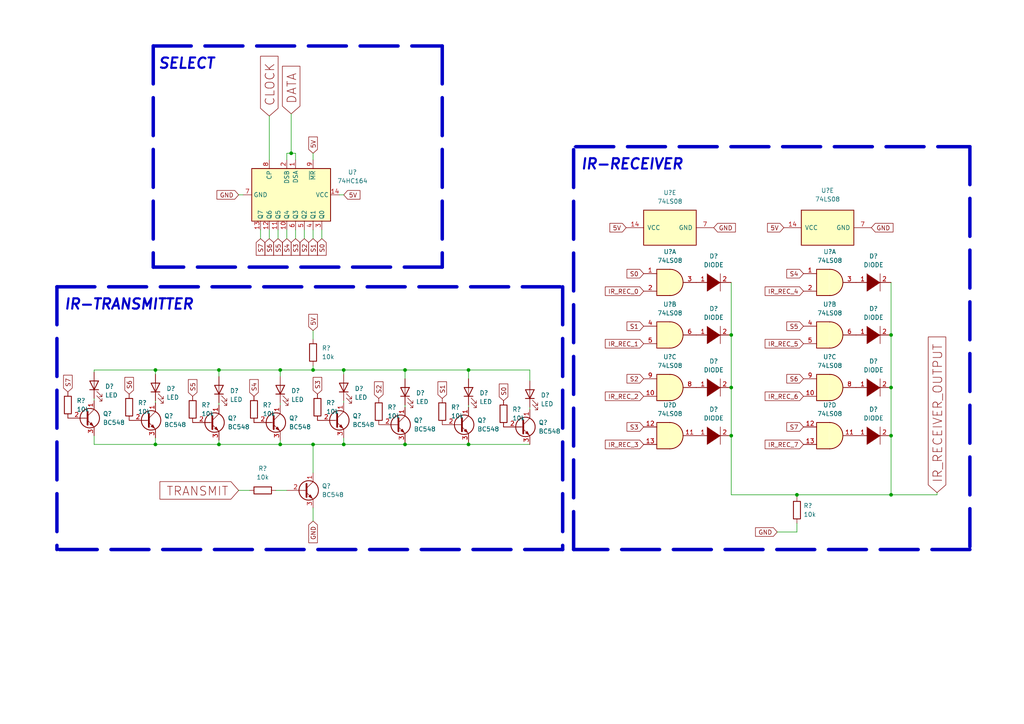
<source format=kicad_sch>
(kicad_sch (version 20211123) (generator eeschema)
  (paper "A4")
  (lib_symbols
    (symbol "74xx:74HC164"
      (property "Reference" "U" (at 1.905 -13.97 0))
      (property "Value" "74HC164" (at 1.905 -16.51 0))
      (symbol "74HC164_0_1"
        (rectangle (start 7.62 10.16) (end -7.62 -12.7) (stroke (width 0.254)) (fill (type background)))
      )
      (symbol "74HC164_1_1"
        (pin input line (at -10.16 0 0) (length 2.54) (name "DSA") (number "1"))
        (pin output line (at 10.16 -2.54 180) (length 2.54) (name "Q4") (number "10"))
        (pin output line (at 10.16 -5.08 180) (length 2.54) (name "Q5") (number "11"))
        (pin output line (at 10.16 -7.62 180) (length 2.54) (name "Q6") (number "12"))
        (pin output line (at 10.16 -10.16 180) (length 2.54) (name "Q7") (number "13"))
        (pin power_in line (at 0 12.7 270) (length 2.54) (name "VCC") (number "14"))
        (pin input line (at -10.16 -2.54 0) (length 2.54) (name "DSB") (number "2"))
        (pin output line (at 10.16 7.62 180) (length 2.54) (name "Q0") (number "3"))
        (pin output line (at 10.16 5.08 180) (length 2.54) (name "Q1") (number "4"))
        (pin output line (at 10.16 2.54 180) (length 2.54) (name "Q2") (number "5"))
        (pin output line (at 10.16 0 180) (length 2.54) (name "Q3") (number "6"))
        (pin power_in line (at 0 -15.24 90) (length 2.54) (name "GND") (number "7"))
        (pin input line (at -10.16 -7.62 0) (length 2.54) (name "CP") (number "8"))
        (pin input line (at -10.16 5.08 0) (length 2.54) (name "~{MR}") (number "9"))
      )
    )
    (symbol "74xx:74LS08" (pin_names (offset 1.016))
      (property "Reference" "U" (at 0 1.27 0))
      (property "Value" "74LS08" (at 0 -1.27 0))
      (symbol "74LS08_1_1"
        (arc (start 0 -3.81) (mid 3.81 0) (end 0 3.81) (stroke (width 0.254)) (fill (type background)))
        (polyline (pts (xy 0 3.81) (xy -3.81 3.81) (xy -3.81 -3.81) (xy 0 -3.81)) (stroke (width 0.254)) (fill (type background)))
        (pin input line (at -7.62 2.54 0) (length 3.81) (name "~") (number "1"))
        (pin input line (at -7.62 -2.54 0) (length 3.81) (name "~") (number "2"))
        (pin output line (at 7.62 0 180) (length 3.81) (name "~") (number "3"))
      )
      (symbol "74LS08_1_2"
        (arc (start -3.81 -3.81) (mid -2.589 0) (end -3.81 3.81) (stroke (width 0.254)))
        (arc (start -0.6096 -3.81) (mid 2.1842 -2.5851) (end 3.81 0) (stroke (width 0.254)) (fill (type background)))
        (polyline (pts (xy -3.81 -3.81) (xy -0.635 -3.81)) (stroke (width 0.254)) (fill (type background)))
        (polyline (pts (xy -3.81 3.81) (xy -0.635 3.81)) (stroke (width 0.254)) (fill (type background)))
        (polyline (pts (xy -0.635 3.81) (xy -3.81 3.81) (xy -3.81 3.81) (xy -3.556 3.4036) (xy -3.0226 2.2606) (xy -2.6924 1.0414) (xy -2.6162 -0.254) (xy -2.7686 -1.4986) (xy -3.175 -2.7178) (xy -3.81 -3.81) (xy -3.81 -3.81) (xy -0.635 -3.81)) (stroke (width -25.4)) (fill (type background)))
        (arc (start 3.81 0) (mid 2.1915 2.5936) (end -0.6096 3.81) (stroke (width 0.254)) (fill (type background)))
        (pin input inverted (at -7.62 2.54 0) (length 4.318) (name "~") (number "1"))
        (pin input inverted (at -7.62 -2.54 0) (length 4.318) (name "~") (number "2"))
        (pin output inverted (at 7.62 0 180) (length 3.81) (name "~") (number "3"))
      )
      (symbol "74LS08_2_1"
        (arc (start 0 -3.81) (mid 3.81 0) (end 0 3.81) (stroke (width 0.254)) (fill (type background)))
        (polyline (pts (xy 0 3.81) (xy -3.81 3.81) (xy -3.81 -3.81) (xy 0 -3.81)) (stroke (width 0.254)) (fill (type background)))
        (pin input line (at -7.62 2.54 0) (length 3.81) (name "~") (number "4"))
        (pin input line (at -7.62 -2.54 0) (length 3.81) (name "~") (number "5"))
        (pin output line (at 7.62 0 180) (length 3.81) (name "~") (number "6"))
      )
      (symbol "74LS08_2_2"
        (arc (start -3.81 -3.81) (mid -2.589 0) (end -3.81 3.81) (stroke (width 0.254)))
        (arc (start -0.6096 -3.81) (mid 2.1842 -2.5851) (end 3.81 0) (stroke (width 0.254)) (fill (type background)))
        (polyline (pts (xy -3.81 -3.81) (xy -0.635 -3.81)) (stroke (width 0.254)) (fill (type background)))
        (polyline (pts (xy -3.81 3.81) (xy -0.635 3.81)) (stroke (width 0.254)) (fill (type background)))
        (polyline (pts (xy -0.635 3.81) (xy -3.81 3.81) (xy -3.81 3.81) (xy -3.556 3.4036) (xy -3.0226 2.2606) (xy -2.6924 1.0414) (xy -2.6162 -0.254) (xy -2.7686 -1.4986) (xy -3.175 -2.7178) (xy -3.81 -3.81) (xy -3.81 -3.81) (xy -0.635 -3.81)) (stroke (width -25.4)) (fill (type background)))
        (arc (start 3.81 0) (mid 2.1915 2.5936) (end -0.6096 3.81) (stroke (width 0.254)) (fill (type background)))
        (pin input inverted (at -7.62 2.54 0) (length 4.318) (name "~") (number "4"))
        (pin input inverted (at -7.62 -2.54 0) (length 4.318) (name "~") (number "5"))
        (pin output inverted (at 7.62 0 180) (length 3.81) (name "~") (number "6"))
      )
      (symbol "74LS08_3_1"
        (arc (start 0 -3.81) (mid 3.81 0) (end 0 3.81) (stroke (width 0.254)) (fill (type background)))
        (polyline (pts (xy 0 3.81) (xy -3.81 3.81) (xy -3.81 -3.81) (xy 0 -3.81)) (stroke (width 0.254)) (fill (type background)))
        (pin input line (at -7.62 -2.54 0) (length 3.81) (name "~") (number "10"))
        (pin output line (at 7.62 0 180) (length 3.81) (name "~") (number "8"))
        (pin input line (at -7.62 2.54 0) (length 3.81) (name "~") (number "9"))
      )
      (symbol "74LS08_3_2"
        (arc (start -3.81 -3.81) (mid -2.589 0) (end -3.81 3.81) (stroke (width 0.254)))
        (arc (start -0.6096 -3.81) (mid 2.1842 -2.5851) (end 3.81 0) (stroke (width 0.254)) (fill (type background)))
        (polyline (pts (xy -3.81 -3.81) (xy -0.635 -3.81)) (stroke (width 0.254)) (fill (type background)))
        (polyline (pts (xy -3.81 3.81) (xy -0.635 3.81)) (stroke (width 0.254)) (fill (type background)))
        (polyline (pts (xy -0.635 3.81) (xy -3.81 3.81) (xy -3.81 3.81) (xy -3.556 3.4036) (xy -3.0226 2.2606) (xy -2.6924 1.0414) (xy -2.6162 -0.254) (xy -2.7686 -1.4986) (xy -3.175 -2.7178) (xy -3.81 -3.81) (xy -3.81 -3.81) (xy -0.635 -3.81)) (stroke (width -25.4)) (fill (type background)))
        (arc (start 3.81 0) (mid 2.1915 2.5936) (end -0.6096 3.81) (stroke (width 0.254)) (fill (type background)))
        (pin input inverted (at -7.62 -2.54 0) (length 4.318) (name "~") (number "10"))
        (pin output inverted (at 7.62 0 180) (length 3.81) (name "~") (number "8"))
        (pin input inverted (at -7.62 2.54 0) (length 4.318) (name "~") (number "9"))
      )
      (symbol "74LS08_4_1"
        (arc (start 0 -3.81) (mid 3.81 0) (end 0 3.81) (stroke (width 0.254)) (fill (type background)))
        (polyline (pts (xy 0 3.81) (xy -3.81 3.81) (xy -3.81 -3.81) (xy 0 -3.81)) (stroke (width 0.254)) (fill (type background)))
        (pin output line (at 7.62 0 180) (length 3.81) (name "~") (number "11"))
        (pin input line (at -7.62 2.54 0) (length 3.81) (name "~") (number "12"))
        (pin input line (at -7.62 -2.54 0) (length 3.81) (name "~") (number "13"))
      )
      (symbol "74LS08_4_2"
        (arc (start -3.81 -3.81) (mid -2.589 0) (end -3.81 3.81) (stroke (width 0.254)))
        (arc (start -0.6096 -3.81) (mid 2.1842 -2.5851) (end 3.81 0) (stroke (width 0.254)) (fill (type background)))
        (polyline (pts (xy -3.81 -3.81) (xy -0.635 -3.81)) (stroke (width 0.254)) (fill (type background)))
        (polyline (pts (xy -3.81 3.81) (xy -0.635 3.81)) (stroke (width 0.254)) (fill (type background)))
        (polyline (pts (xy -0.635 3.81) (xy -3.81 3.81) (xy -3.81 3.81) (xy -3.556 3.4036) (xy -3.0226 2.2606) (xy -2.6924 1.0414) (xy -2.6162 -0.254) (xy -2.7686 -1.4986) (xy -3.175 -2.7178) (xy -3.81 -3.81) (xy -3.81 -3.81) (xy -0.635 -3.81)) (stroke (width -25.4)) (fill (type background)))
        (arc (start 3.81 0) (mid 2.1915 2.5936) (end -0.6096 3.81) (stroke (width 0.254)) (fill (type background)))
        (pin output inverted (at 7.62 0 180) (length 3.81) (name "~") (number "11"))
        (pin input inverted (at -7.62 2.54 0) (length 4.318) (name "~") (number "12"))
        (pin input inverted (at -7.62 -2.54 0) (length 4.318) (name "~") (number "13"))
      )
      (symbol "74LS08_5_0"
        (pin power_in line (at 0 12.7 270) (length 5.08) (name "VCC") (number "14"))
        (pin power_in line (at 0 -12.7 90) (length 5.08) (name "GND") (number "7"))
      )
      (symbol "74LS08_5_1"
        (rectangle (start -5.08 7.62) (end 5.08 -7.62) (stroke (width 0.254)) (fill (type background)))
      )
    )
    (symbol "Device:LED" (pin_numbers hide) (pin_names (offset 1.016) hide)
      (property "Reference" "D" (at 0 2.54 0))
      (property "Value" "LED" (at 0 -2.54 0))
      (symbol "LED_0_1"
        (polyline (pts (xy -1.27 -1.27) (xy -1.27 1.27)) (stroke (width 0.254)))
        (polyline (pts (xy -1.27 0) (xy 1.27 0)))
        (polyline (pts (xy 1.27 -1.27) (xy 1.27 1.27) (xy -1.27 0) (xy 1.27 -1.27)) (stroke (width 0.254)))
        (polyline (pts (xy -3.048 -0.762) (xy -4.572 -2.286) (xy -3.81 -2.286) (xy -4.572 -2.286) (xy -4.572 -1.524)))
        (polyline (pts (xy -1.778 -0.762) (xy -3.302 -2.286) (xy -2.54 -2.286) (xy -3.302 -2.286) (xy -3.302 -1.524)))
      )
      (symbol "LED_1_1"
        (pin passive line (at -3.81 0 0) (length 2.54) (name "K") (number "1"))
        (pin passive line (at 3.81 0 180) (length 2.54) (name "A") (number "2"))
      )
    )
    (symbol "Device:R" (pin_numbers hide) (pin_names (offset 0))
      (property "Reference" "R" (at 2.032 0 90))
      (property "Value" "R" (at 0 0 90))
      (symbol "R_0_1"
        (rectangle (start -1.016 -2.54) (end 1.016 2.54) (stroke (width 0.254)))
      )
      (symbol "R_1_1"
        (pin passive line (at 0 3.81 270) (length 1.27) (name "~") (number "1"))
        (pin passive line (at 0 -3.81 90) (length 1.27) (name "~") (number "2"))
      )
    )
    (symbol "Transistor_BJT:BC548" (pin_names (offset 0) hide)
      (property "Reference" "Q" (at 5.08 1.905 0))
      (property "Value" "BC548" (at 5.08 0 0))
      (symbol "BC548_0_1"
        (polyline (pts (xy 0 0) (xy 0.635 0)))
        (polyline (pts (xy 0.635 0.635) (xy 2.54 2.54)))
        (polyline (pts (xy 0.635 -0.635) (xy 2.54 -2.54) (xy 2.54 -2.54)))
        (polyline (pts (xy 0.635 1.905) (xy 0.635 -1.905) (xy 0.635 -1.905)) (stroke (width 0.508)))
        (polyline (pts (xy 1.27 -1.778) (xy 1.778 -1.27) (xy 2.286 -2.286) (xy 1.27 -1.778) (xy 1.27 -1.778)) (fill (type outline)))
        (circle (center 1.27 0) (radius 2.8194) (stroke (width 0.254)))
      )
      (symbol "BC548_1_1"
        (pin passive line (at 2.54 5.08 270) (length 2.54) (name "C") (number "1"))
        (pin input line (at -5.08 0 0) (length 5.08) (name "B") (number "2"))
        (pin passive line (at 2.54 -5.08 90) (length 2.54) (name "E") (number "3"))
      )
    )
    (symbol "pspice:DIODE" (pin_names (offset 1.016) hide)
      (property "Reference" "D" (at 0 3.81 0))
      (property "Value" "DIODE" (at 0 -4.445 0))
      (symbol "DIODE_0_1"
        (polyline (pts (xy 1.905 2.54) (xy 1.905 -2.54)))
        (polyline (pts (xy -1.905 2.54) (xy -1.905 -2.54) (xy 1.905 0)) (fill (type outline)))
      )
      (symbol "DIODE_1_1"
        (pin input line (at -5.08 0 0) (length 3.81) (name "K") (number "1"))
        (pin input line (at 5.08 0 180) (length 3.81) (name "A") (number "2"))
      )
    )
  )
  (junction (at 45.085 128.905))
  (junction (at 212.09 112.395))
  (junction (at 135.89 107.315))
  (junction (at 258.445 97.155))
  (junction (at 117.475 128.905))
  (junction (at 81.28 107.315))
  (junction (at 63.5 107.315))
  (junction (at 117.475 107.315))
  (junction (at 258.445 126.365))
  (junction (at 258.445 143.51))
  (junction (at 99.695 107.315))
  (junction (at 90.805 128.905))
  (junction (at 258.445 112.395))
  (junction (at 81.28 128.905))
  (junction (at 63.5 128.905))
  (junction (at 99.695 128.905))
  (junction (at 231.14 143.51))
  (junction (at 212.09 126.365))
  (junction (at 212.09 97.155))
  (junction (at 135.89 128.905))
  (junction (at 45.085 107.315))
  (junction (at 84.455 44.45))
  (junction (at 90.805 107.315))
  (wire (pts (xy 153.67 118.11) (xy 153.67 118.745)))
  (wire (pts (xy 98.425 56.515) (xy 99.695 56.515)))
  (wire (pts (xy 212.09 81.915) (xy 212.09 97.155)))
  (wire (pts (xy 63.5 107.315) (xy 63.5 109.22)))
  (wire (pts (xy 231.14 143.51) (xy 258.445 143.51)))
  (wire (pts (xy 45.085 116.205) (xy 45.085 116.84)))
  (wire (pts (xy 99.695 128.905) (xy 117.475 128.905)))
  (polyline (pts (xy 166.37 159.385) (xy 166.37 42.545)) (stroke (width 1)))
  (wire (pts (xy 212.09 97.155) (xy 212.09 112.395)))
  (wire (pts (xy 258.445 97.155) (xy 258.445 112.395)))
  (wire (pts (xy 81.28 127.635) (xy 81.28 128.905)))
  (polyline (pts (xy 16.51 83.185) (xy 16.51 159.385)) (stroke (width 1)))
  (polyline (pts (xy 128.27 77.47) (xy 44.45 77.47)) (stroke (width 1)))
  (polyline (pts (xy 128.27 13.335) (xy 128.27 77.47)) (stroke (width 1)))
  (wire (pts (xy 63.5 116.84) (xy 63.5 117.475)))
  (polyline (pts (xy 163.195 83.185) (xy 163.195 159.385)) (stroke (width 1)))
  (wire (pts (xy 84.455 33.02) (xy 84.455 44.45)))
  (wire (pts (xy 117.475 128.27) (xy 117.475 128.905)))
  (wire (pts (xy 135.89 107.315) (xy 135.89 109.855)))
  (wire (pts (xy 85.725 66.675) (xy 85.725 69.215)))
  (wire (pts (xy 225.425 154.305) (xy 231.14 154.305)))
  (wire (pts (xy 27.305 107.315) (xy 27.305 107.95)))
  (wire (pts (xy 212.09 126.365) (xy 212.09 143.51)))
  (wire (pts (xy 27.305 107.315) (xy 45.085 107.315)))
  (wire (pts (xy 135.89 107.315) (xy 153.67 107.315)))
  (wire (pts (xy 212.09 112.395) (xy 212.09 126.365)))
  (polyline (pts (xy 281.305 42.545) (xy 281.305 159.385)) (stroke (width 1)))
  (wire (pts (xy 69.215 142.24) (xy 72.39 142.24)))
  (wire (pts (xy 81.28 116.84) (xy 81.28 117.475)))
  (wire (pts (xy 90.805 66.675) (xy 90.805 69.215)))
  (wire (pts (xy 78.105 66.675) (xy 78.105 69.215)))
  (wire (pts (xy 45.085 107.315) (xy 63.5 107.315)))
  (wire (pts (xy 80.01 142.24) (xy 83.185 142.24)))
  (polyline (pts (xy 44.45 13.335) (xy 128.27 13.335)) (stroke (width 1)))
  (wire (pts (xy 45.085 127) (xy 45.085 128.905)))
  (wire (pts (xy 63.5 127.635) (xy 63.5 128.905)))
  (wire (pts (xy 78.105 33.655) (xy 78.105 46.355)))
  (wire (pts (xy 258.445 143.51) (xy 271.78 143.51)))
  (wire (pts (xy 117.475 107.315) (xy 117.475 109.855)))
  (wire (pts (xy 90.805 95.885) (xy 90.805 98.425)))
  (wire (pts (xy 81.28 107.315) (xy 90.805 107.315)))
  (wire (pts (xy 90.805 128.905) (xy 90.805 137.16)))
  (polyline (pts (xy 281.305 159.385) (xy 166.37 159.385)) (stroke (width 1)))
  (wire (pts (xy 117.475 128.905) (xy 135.89 128.905)))
  (polyline (pts (xy 16.51 83.185) (xy 163.195 83.185)) (stroke (width 1)))
  (wire (pts (xy 231.14 143.51) (xy 231.14 144.145)))
  (wire (pts (xy 99.695 116.205) (xy 99.695 116.84)))
  (polyline (pts (xy 167.005 42.545) (xy 281.305 42.545)) (stroke (width 1)))
  (wire (pts (xy 83.185 66.675) (xy 83.185 69.215)))
  (wire (pts (xy 93.345 66.675) (xy 93.345 69.215)))
  (wire (pts (xy 27.305 115.57) (xy 27.305 116.205)))
  (wire (pts (xy 84.455 44.45) (xy 83.185 44.45)))
  (wire (pts (xy 212.09 143.51) (xy 231.14 143.51)))
  (wire (pts (xy 117.475 107.315) (xy 135.89 107.315)))
  (wire (pts (xy 63.5 107.315) (xy 81.28 107.315)))
  (wire (pts (xy 258.445 81.915) (xy 258.445 97.155)))
  (wire (pts (xy 63.5 128.905) (xy 45.085 128.905)))
  (wire (pts (xy 69.215 56.515) (xy 70.485 56.515)))
  (wire (pts (xy 27.305 128.905) (xy 27.305 126.365)))
  (wire (pts (xy 83.185 44.45) (xy 83.185 46.355)))
  (wire (pts (xy 45.085 107.315) (xy 45.085 108.585)))
  (wire (pts (xy 75.565 66.675) (xy 75.565 69.215)))
  (wire (pts (xy 153.67 107.315) (xy 153.67 110.49)))
  (wire (pts (xy 88.265 66.675) (xy 88.265 69.215)))
  (wire (pts (xy 90.805 147.32) (xy 90.805 151.13)))
  (wire (pts (xy 258.445 112.395) (xy 258.445 126.365)))
  (wire (pts (xy 90.805 44.45) (xy 90.805 46.355)))
  (wire (pts (xy 85.725 46.355) (xy 85.725 44.45)))
  (wire (pts (xy 117.475 117.475) (xy 117.475 118.11)))
  (wire (pts (xy 90.805 128.905) (xy 99.695 128.905)))
  (wire (pts (xy 99.695 107.315) (xy 117.475 107.315)))
  (wire (pts (xy 81.28 128.905) (xy 63.5 128.905)))
  (wire (pts (xy 81.28 107.315) (xy 81.28 109.22)))
  (wire (pts (xy 90.805 128.905) (xy 81.28 128.905)))
  (wire (pts (xy 271.78 143.51) (xy 271.78 142.875)))
  (wire (pts (xy 135.89 128.905) (xy 153.67 128.905)))
  (wire (pts (xy 135.89 117.475) (xy 135.89 118.11)))
  (wire (pts (xy 80.645 66.675) (xy 80.645 69.215)))
  (polyline (pts (xy 44.45 13.335) (xy 44.45 77.47)) (stroke (width 1)))
  (wire (pts (xy 231.14 151.765) (xy 231.14 154.305)))
  (polyline (pts (xy 163.195 159.385) (xy 16.51 159.385)) (stroke (width 1)))
  (wire (pts (xy 258.445 126.365) (xy 258.445 143.51)))
  (wire (pts (xy 85.725 44.45) (xy 84.455 44.45)))
  (wire (pts (xy 99.695 107.315) (xy 99.695 108.585)))
  (wire (pts (xy 90.805 107.315) (xy 99.695 107.315)))
  (wire (pts (xy 99.695 127) (xy 99.695 128.905)))
  (wire (pts (xy 135.89 128.27) (xy 135.89 128.905)))
  (wire (pts (xy 45.085 128.905) (xy 27.305 128.905)))
  (wire (pts (xy 90.805 106.045) (xy 90.805 107.315)))
  (polyline (pts (xy 166.37 42.545) (xy 167.005 42.545)))
  (text "IR-RECEIVER" (at 168.275 49.53 0) (effects (font (size 3 3) (thickness 0.6) bold italic) (justify left bottom)))
  (text "SELECT" (at 45.72 20.32 0) (effects (font (size 3 3) (thickness 0.6) bold italic) (justify left bottom)))
  (text "IR-TRANSMITTER\n" (at 18.415 90.17 0) (effects (font (size 3 3) (thickness 0.6) bold italic) (justify left bottom)))
  (global_label "S6" (shape input) (at 78.105 69.215 270) (property "Intersheet References" "${INTERSHEET_REFS}" (effects hide)))
  (global_label "GND" (shape input) (at 225.425 154.305 180) (property "Intersheet References" "${INTERSHEET_REFS}" (effects hide)))
  (global_label "GND" (shape input) (at 207.01 66.04 0) (property "Intersheet References" "${INTERSHEET_REFS}" (effects hide)))
  (global_label "5V" (shape input) (at 227.33 66.04 180) (property "Intersheet References" "${INTERSHEET_REFS}" (effects hide)))
  (global_label "S2" (shape input) (at 109.855 115.57 90) (property "Intersheet References" "${INTERSHEET_REFS}" (effects hide)))
  (global_label "IR_REC_5" (shape input) (at 233.045 99.695 180) (property "Intersheet References" "${INTERSHEET_REFS}" (effects hide)))
  (global_label "S3" (shape input) (at 186.69 123.825 180) (property "Intersheet References" "${INTERSHEET_REFS}" (effects hide)))
  (global_label "S5" (shape input) (at 233.045 94.615 180) (property "Intersheet References" "${INTERSHEET_REFS}" (effects hide)))
  (global_label "GND" (shape input) (at 69.215 56.515 180) (property "Intersheet References" "${INTERSHEET_REFS}" (effects hide)))
  (global_label "S2" (shape input) (at 186.69 109.855 180) (property "Intersheet References" "${INTERSHEET_REFS}" (effects hide)))
  (global_label "5V" (shape input) (at 99.695 56.515 0) (property "Intersheet References" "${INTERSHEET_REFS}" (effects hide)))
  (global_label "IR_REC_4" (shape input) (at 233.045 84.455 180) (property "Intersheet References" "${INTERSHEET_REFS}" (effects hide)))
  (global_label "S1" (shape input) (at 186.69 94.615 180) (property "Intersheet References" "${INTERSHEET_REFS}" (effects hide)))
  (global_label "S0" (shape input) (at 93.345 69.215 270) (property "Intersheet References" "${INTERSHEET_REFS}" (effects hide)))
  (global_label "S6" (shape input) (at 233.045 109.855 180) (property "Intersheet References" "${INTERSHEET_REFS}" (effects hide)))
  (global_label "IR_RECEIVER_OUTPUT" (shape input) (at 271.78 142.875 90) (effects (font (size 2.56 2.56))) (property "Intersheet References" "${INTERSHEET_REFS}" (effects hide)))
  (global_label "IR_REC_0" (shape input) (at 186.69 84.455 180) (property "Intersheet References" "${INTERSHEET_REFS}" (effects hide)))
  (global_label "IR_REC_3" (shape input) (at 186.69 128.905 180) (property "Intersheet References" "${INTERSHEET_REFS}" (effects hide)))
  (global_label "5V" (shape input) (at 90.805 44.45 90) (property "Intersheet References" "${INTERSHEET_REFS}" (effects hide)))
  (global_label "S7" (shape input) (at 75.565 69.215 270) (property "Intersheet References" "${INTERSHEET_REFS}" (effects hide)))
  (global_label "GND" (shape input) (at 90.805 151.13 270) (property "Intersheet References" "${INTERSHEET_REFS}" (effects hide)))
  (global_label "CLOCK" (shape input) (at 78.105 33.655 90) (effects (font (size 2.56 2.56))) (property "Intersheet References" "${INTERSHEET_REFS}" (effects hide)))
  (global_label "S7" (shape input) (at 233.045 123.825 180) (property "Intersheet References" "${INTERSHEET_REFS}" (effects hide)))
  (global_label "TRANSMIT" (shape input) (at 69.215 142.24 180) (effects (font (size 2.56 2.56))) (property "Intersheet References" "${INTERSHEET_REFS}" (effects hide)))
  (global_label "S0" (shape input) (at 146.05 116.205 90) (property "Intersheet References" "${INTERSHEET_REFS}" (effects hide)))
  (global_label "S0" (shape input) (at 186.69 79.375 180) (property "Intersheet References" "${INTERSHEET_REFS}" (effects hide)))
  (global_label "IR_REC_6" (shape input) (at 233.045 114.935 180) (property "Intersheet References" "${INTERSHEET_REFS}" (effects hide)))
  (global_label "5V" (shape input) (at 90.805 95.885 90) (property "Intersheet References" "${INTERSHEET_REFS}" (effects hide)))
  (global_label "S4" (shape input) (at 233.045 79.375 180) (property "Intersheet References" "${INTERSHEET_REFS}" (effects hide)))
  (global_label "5V" (shape input) (at 181.61 66.04 180) (property "Intersheet References" "${INTERSHEET_REFS}" (effects hide)))
  (global_label "S2" (shape input) (at 88.265 69.215 270) (property "Intersheet References" "${INTERSHEET_REFS}" (effects hide)))
  (global_label "S5" (shape input) (at 55.88 114.935 90) (property "Intersheet References" "${INTERSHEET_REFS}" (effects hide)))
  (global_label "GND" (shape input) (at 252.73 66.04 0) (property "Intersheet References" "${INTERSHEET_REFS}" (effects hide)))
  (global_label "S1" (shape input) (at 128.27 115.57 90) (property "Intersheet References" "${INTERSHEET_REFS}" (effects hide)))
  (global_label "S5" (shape input) (at 80.645 69.215 270) (property "Intersheet References" "${INTERSHEET_REFS}" (effects hide)))
  (global_label "DATA" (shape input) (at 84.455 33.02 90) (effects (font (size 2.56 2.56))) (property "Intersheet References" "${INTERSHEET_REFS}" (effects hide)))
  (global_label "S7" (shape input) (at 19.685 113.665 90) (property "Intersheet References" "${INTERSHEET_REFS}" (effects hide)))
  (global_label "S3" (shape input) (at 92.075 114.3 90) (property "Intersheet References" "${INTERSHEET_REFS}" (effects hide)))
  (global_label "IR_REC_2" (shape input) (at 186.69 114.935 180) (property "Intersheet References" "${INTERSHEET_REFS}" (effects hide)))
  (global_label "IR_REC_7" (shape input) (at 233.045 128.905 180) (property "Intersheet References" "${INTERSHEET_REFS}" (effects hide)))
  (global_label "S4" (shape input) (at 73.66 114.935 90) (property "Intersheet References" "${INTERSHEET_REFS}" (effects hide)))
  (global_label "S4" (shape input) (at 83.185 69.215 270) (property "Intersheet References" "${INTERSHEET_REFS}" (effects hide)))
  (global_label "S1" (shape input) (at 90.805 69.215 270) (property "Intersheet References" "${INTERSHEET_REFS}" (effects hide)))
  (global_label "S6" (shape input) (at 37.465 114.3 90) (property "Intersheet References" "${INTERSHEET_REFS}" (effects hide)))
  (global_label "S3" (shape input) (at 85.725 69.215 270) (property "Intersheet References" "${INTERSHEET_REFS}" (effects hide)))
  (global_label "IR_REC_1" (shape input) (at 186.69 99.695 180) (property "Intersheet References" "${INTERSHEET_REFS}" (effects hide)))
  (symbol (lib_id "Device:R") (at 73.66 118.745 180) (unit 1)
    (property "Reference" "R?" (at 76.2 117.4749 0) (effects (justify right)))
    (property "Value" "10k" (at 76.2 120.0149 0) (effects (justify right)))
  )
  (symbol (lib_id "Device:LED") (at 45.085 112.395 90) (unit 1)
    (property "Reference" "D?" (at 48.26 112.7124 90) (effects (justify right)))
    (property "Value" "LED" (at 48.26 115.2524 90) (effects (justify right)))
  )
  (symbol (lib_id "Transistor_BJT:BC548") (at 114.935 123.19 0) (unit 1)
    (property "Reference" "Q?" (at 120.015 121.9199 0) (effects (justify left)))
    (property "Value" "BC548" (at 120.015 124.4599 0) (effects (justify left)))
    (property "Footprint" "Package_TO_SOT_THT:TO-92_Inline" (effects hide))
    (property "Datasheet" "https://www.onsemi.com/pub/Collateral/BC550-D.pdf" (effects hide))
  )
  (symbol (lib_id "74xx:74HC164") (at 85.725 56.515 270) (unit 1)
    (property "Reference" "U?" (at 102.235 49.9362 90))
    (property "Value" "74HC164" (at 102.235 52.4762 90))
    (property "Datasheet" "https://assets.nexperia.com/documents/data-sheet/74HC_HCT164.pdf" (effects hide))
  )
  (symbol (lib_id "74xx:74LS08") (at 194.31 97.155 0) (unit 2)
    (property "Reference" "U?" (at 194.31 88.265 0))
    (property "Value" "74LS08" (at 194.31 90.805 0))
    (property "Datasheet" "http://www.ti.com/lit/gpn/sn74LS08" (effects hide))
  )
  (symbol (lib_id "74xx:74LS08") (at 240.665 81.915 0) (unit 1)
    (property "Reference" "U?" (at 240.665 73.025 0))
    (property "Value" "74LS08" (at 240.665 75.565 0))
    (property "Datasheet" "http://www.ti.com/lit/gpn/sn74LS08" (effects hide))
  )
  (symbol (lib_id "Transistor_BJT:BC548") (at 151.13 123.825 0) (unit 1)
    (property "Reference" "Q?" (at 156.21 122.5549 0) (effects (justify left)))
    (property "Value" "BC548" (at 156.21 125.0949 0) (effects (justify left)))
    (property "Footprint" "Package_TO_SOT_THT:TO-92_Inline" (effects hide))
    (property "Datasheet" "https://www.onsemi.com/pub/Collateral/BC550-D.pdf" (effects hide))
  )
  (symbol (lib_id "Device:LED") (at 135.89 113.665 90) (unit 1)
    (property "Reference" "D?" (at 139.065 113.9824 90) (effects (justify right)))
    (property "Value" "LED" (at 139.065 116.5224 90) (effects (justify right)))
  )
  (symbol (lib_id "Device:LED") (at 81.28 113.03 90) (unit 1)
    (property "Reference" "D?" (at 84.455 113.3474 90) (effects (justify right)))
    (property "Value" "LED" (at 84.455 115.8874 90) (effects (justify right)))
  )
  (symbol (lib_id "pspice:DIODE") (at 253.365 112.395 0) (unit 1)
    (property "Reference" "D?" (at 253.365 104.775 0))
    (property "Value" "DIODE" (at 253.365 107.315 0))
  )
  (symbol (lib_id "Device:R") (at 90.805 102.235 180) (unit 1)
    (property "Reference" "R?" (at 93.345 100.9649 0) (effects (justify right)))
    (property "Value" "10k" (at 93.345 103.5049 0) (effects (justify right)))
  )
  (symbol (lib_id "Device:R") (at 109.855 119.38 180) (unit 1)
    (property "Reference" "R?" (at 112.395 118.1099 0) (effects (justify right)))
    (property "Value" "10k" (at 112.395 120.6499 0) (effects (justify right)))
  )
  (symbol (lib_id "pspice:DIODE") (at 207.01 126.365 0) (unit 1)
    (property "Reference" "D?" (at 207.01 118.745 0))
    (property "Value" "DIODE" (at 207.01 121.285 0))
  )
  (symbol (lib_id "pspice:DIODE") (at 253.365 97.155 0) (unit 1)
    (property "Reference" "D?" (at 253.365 89.535 0))
    (property "Value" "DIODE" (at 253.365 92.075 0))
  )
  (symbol (lib_id "74xx:74LS08") (at 194.31 126.365 0) (unit 4)
    (property "Reference" "U?" (at 194.31 117.475 0))
    (property "Value" "74LS08" (at 194.31 120.015 0))
    (property "Datasheet" "http://www.ti.com/lit/gpn/sn74LS08" (effects hide))
  )
  (symbol (lib_id "Transistor_BJT:BC548") (at 78.74 122.555 0) (unit 1)
    (property "Reference" "Q?" (at 83.82 121.2849 0) (effects (justify left)))
    (property "Value" "BC548" (at 83.82 123.8249 0) (effects (justify left)))
    (property "Footprint" "Package_TO_SOT_THT:TO-92_Inline" (effects hide))
    (property "Datasheet" "https://www.onsemi.com/pub/Collateral/BC550-D.pdf" (effects hide))
  )
  (symbol (lib_id "Device:LED") (at 153.67 114.3 90) (unit 1)
    (property "Reference" "D?" (at 156.845 114.6174 90) (effects (justify right)))
    (property "Value" "LED" (at 156.845 117.1574 90) (effects (justify right)))
  )
  (symbol (lib_id "74xx:74LS08") (at 240.665 126.365 0) (unit 4)
    (property "Reference" "U?" (at 240.665 117.475 0))
    (property "Value" "74LS08" (at 240.665 120.015 0))
    (property "Datasheet" "http://www.ti.com/lit/gpn/sn74LS08" (effects hide))
  )
  (symbol (lib_id "74xx:74LS08") (at 240.03 66.04 90) (unit 5)
    (property "Reference" "U?" (at 240.03 55.245 90))
    (property "Value" "74LS08" (at 240.03 57.785 90))
    (property "Datasheet" "http://www.ti.com/lit/gpn/sn74LS08" (effects hide))
  )
  (symbol (lib_id "74xx:74LS08") (at 194.31 112.395 0) (unit 3)
    (property "Reference" "U?" (at 194.31 103.505 0))
    (property "Value" "74LS08" (at 194.31 106.045 0))
    (property "Datasheet" "http://www.ti.com/lit/gpn/sn74LS08" (effects hide))
  )
  (symbol (lib_id "Device:R") (at 146.05 120.015 180) (unit 1)
    (property "Reference" "R?" (at 148.59 118.7449 0) (effects (justify right)))
    (property "Value" "10k" (at 148.59 121.2849 0) (effects (justify right)))
  )
  (symbol (lib_id "Device:LED") (at 27.305 111.76 90) (unit 1)
    (property "Reference" "D?" (at 30.48 112.0774 90) (effects (justify right)))
    (property "Value" "LED" (at 30.48 114.6174 90) (effects (justify right)))
  )
  (symbol (lib_id "Device:R") (at 231.14 147.955 0) (unit 1)
    (property "Reference" "R?" (at 233.045 146.6849 0) (effects (justify left)))
    (property "Value" "10k" (at 233.045 149.2249 0) (effects (justify left)))
  )
  (symbol (lib_id "Transistor_BJT:BC548") (at 88.265 142.24 0) (unit 1)
    (property "Reference" "Q?" (at 93.345 140.9699 0) (effects (justify left)))
    (property "Value" "BC548" (at 93.345 143.5099 0) (effects (justify left)))
    (property "Footprint" "Package_TO_SOT_THT:TO-92_Inline" (effects hide))
    (property "Datasheet" "https://www.onsemi.com/pub/Collateral/BC550-D.pdf" (effects hide))
  )
  (symbol (lib_id "74xx:74LS08") (at 194.31 66.04 90) (unit 5)
    (property "Reference" "U?" (at 194.31 55.88 90))
    (property "Value" "74LS08" (at 194.31 58.42 90))
    (property "Datasheet" "http://www.ti.com/lit/gpn/sn74LS08" (effects hide))
  )
  (symbol (lib_id "Device:R") (at 19.685 117.475 180) (unit 1)
    (property "Reference" "R?" (at 22.225 116.2049 0) (effects (justify right)))
    (property "Value" "10k" (at 22.225 118.7449 0) (effects (justify right)))
  )
  (symbol (lib_id "Device:R") (at 128.27 119.38 180) (unit 1)
    (property "Reference" "R?" (at 130.81 118.1099 0) (effects (justify right)))
    (property "Value" "10k" (at 130.81 120.6499 0) (effects (justify right)))
  )
  (symbol (lib_id "pspice:DIODE") (at 207.01 81.915 0) (unit 1)
    (property "Reference" "D?" (at 207.01 74.295 0))
    (property "Value" "DIODE" (at 207.01 76.835 0))
  )
  (symbol (lib_id "Device:R") (at 55.88 118.745 180) (unit 1)
    (property "Reference" "R?" (at 58.42 117.4749 0) (effects (justify right)))
    (property "Value" "10k" (at 58.42 120.0149 0) (effects (justify right)))
  )
  (symbol (lib_id "Device:R") (at 92.075 118.11 180) (unit 1)
    (property "Reference" "R?" (at 94.615 116.8399 0) (effects (justify right)))
    (property "Value" "10k" (at 94.615 119.3799 0) (effects (justify right)))
  )
  (symbol (lib_id "74xx:74LS08") (at 194.31 81.915 0) (unit 1)
    (property "Reference" "U?" (at 194.31 73.025 0))
    (property "Value" "74LS08" (at 194.31 75.565 0))
    (property "Datasheet" "http://www.ti.com/lit/gpn/sn74LS08" (effects hide))
  )
  (symbol (lib_id "74xx:74LS08") (at 240.665 112.395 0) (unit 3)
    (property "Reference" "U?" (at 240.665 103.505 0))
    (property "Value" "74LS08" (at 240.665 106.045 0))
    (property "Datasheet" "http://www.ti.com/lit/gpn/sn74LS08" (effects hide))
  )
  (symbol (lib_id "Transistor_BJT:BC548") (at 60.96 122.555 0) (unit 1)
    (property "Reference" "Q?" (at 66.04 121.2849 0) (effects (justify left)))
    (property "Value" "BC548" (at 66.04 123.8249 0) (effects (justify left)))
    (property "Footprint" "Package_TO_SOT_THT:TO-92_Inline" (effects hide))
    (property "Datasheet" "https://www.onsemi.com/pub/Collateral/BC550-D.pdf" (effects hide))
  )
  (symbol (lib_id "Transistor_BJT:BC548") (at 24.765 121.285 0) (unit 1)
    (property "Reference" "Q?" (at 29.845 120.0149 0) (effects (justify left)))
    (property "Value" "BC548" (at 29.845 122.5549 0) (effects (justify left)))
    (property "Footprint" "Package_TO_SOT_THT:TO-92_Inline" (effects hide))
    (property "Datasheet" "https://www.onsemi.com/pub/Collateral/BC550-D.pdf" (effects hide))
  )
  (symbol (lib_id "pspice:DIODE") (at 207.01 112.395 0) (unit 1)
    (property "Reference" "D?" (at 207.01 104.775 0))
    (property "Value" "DIODE" (at 207.01 107.315 0))
  )
  (symbol (lib_id "Device:R") (at 76.2 142.24 90) (unit 1)
    (property "Reference" "R?" (at 76.2 135.89 90))
    (property "Value" "10k" (at 76.2 138.43 90))
  )
  (symbol (lib_id "pspice:DIODE") (at 207.01 97.155 0) (unit 1)
    (property "Reference" "D?" (at 207.01 89.535 0))
    (property "Value" "DIODE" (at 207.01 92.075 0))
  )
  (symbol (lib_id "Transistor_BJT:BC548") (at 133.35 123.19 0) (unit 1)
    (property "Reference" "Q?" (at 138.43 121.9199 0) (effects (justify left)))
    (property "Value" "BC548" (at 138.43 124.4599 0) (effects (justify left)))
    (property "Footprint" "Package_TO_SOT_THT:TO-92_Inline" (effects hide))
    (property "Datasheet" "https://www.onsemi.com/pub/Collateral/BC550-D.pdf" (effects hide))
  )
  (symbol (lib_id "pspice:DIODE") (at 253.365 81.915 0) (unit 1)
    (property "Reference" "D?" (at 253.365 74.295 0))
    (property "Value" "DIODE" (at 253.365 76.835 0))
  )
  (symbol (lib_id "Device:R") (at 37.465 118.11 180) (unit 1)
    (property "Reference" "R?" (at 40.005 116.8399 0) (effects (justify right)))
    (property "Value" "10k" (at 40.005 119.3799 0) (effects (justify right)))
  )
  (symbol (lib_id "Device:LED") (at 63.5 113.03 90) (unit 1)
    (property "Reference" "D?" (at 66.675 113.3474 90) (effects (justify right)))
    (property "Value" "LED" (at 66.675 115.8874 90) (effects (justify right)))
  )
  (symbol (lib_id "Transistor_BJT:BC548") (at 42.545 121.92 0) (unit 1)
    (property "Reference" "Q?" (at 47.625 120.6499 0) (effects (justify left)))
    (property "Value" "BC548" (at 47.625 123.1899 0) (effects (justify left)))
    (property "Footprint" "Package_TO_SOT_THT:TO-92_Inline" (effects hide))
    (property "Datasheet" "https://www.onsemi.com/pub/Collateral/BC550-D.pdf" (effects hide))
  )
  (symbol (lib_id "pspice:DIODE") (at 253.365 126.365 0) (unit 1)
    (property "Reference" "D?" (at 253.365 118.745 0))
    (property "Value" "DIODE" (at 253.365 121.285 0))
  )
  (symbol (lib_id "Transistor_BJT:BC548") (at 97.155 121.92 0) (unit 1)
    (property "Reference" "Q?" (at 102.235 120.6499 0) (effects (justify left)))
    (property "Value" "BC548" (at 102.235 123.1899 0) (effects (justify left)))
    (property "Footprint" "Package_TO_SOT_THT:TO-92_Inline" (effects hide))
    (property "Datasheet" "https://www.onsemi.com/pub/Collateral/BC550-D.pdf" (effects hide))
  )
  (symbol (lib_id "Device:LED") (at 117.475 113.665 90) (unit 1)
    (property "Reference" "D?" (at 120.65 113.9824 90) (effects (justify right)))
    (property "Value" "LED" (at 120.65 116.5224 90) (effects (justify right)))
  )
  (symbol (lib_id "Device:LED") (at 99.695 112.395 90) (unit 1)
    (property "Reference" "D?" (at 102.87 112.7124 90) (effects (justify right)))
    (property "Value" "LED" (at 102.87 115.2524 90) (effects (justify right)))
  )
  (symbol (lib_id "74xx:74LS08") (at 240.665 97.155 0) (unit 2)
    (property "Reference" "U?" (at 240.665 88.265 0))
    (property "Value" "74LS08" (at 240.665 90.805 0))
    (property "Datasheet" "http://www.ti.com/lit/gpn/sn74LS08" (effects hide))
  )
)
</source>
